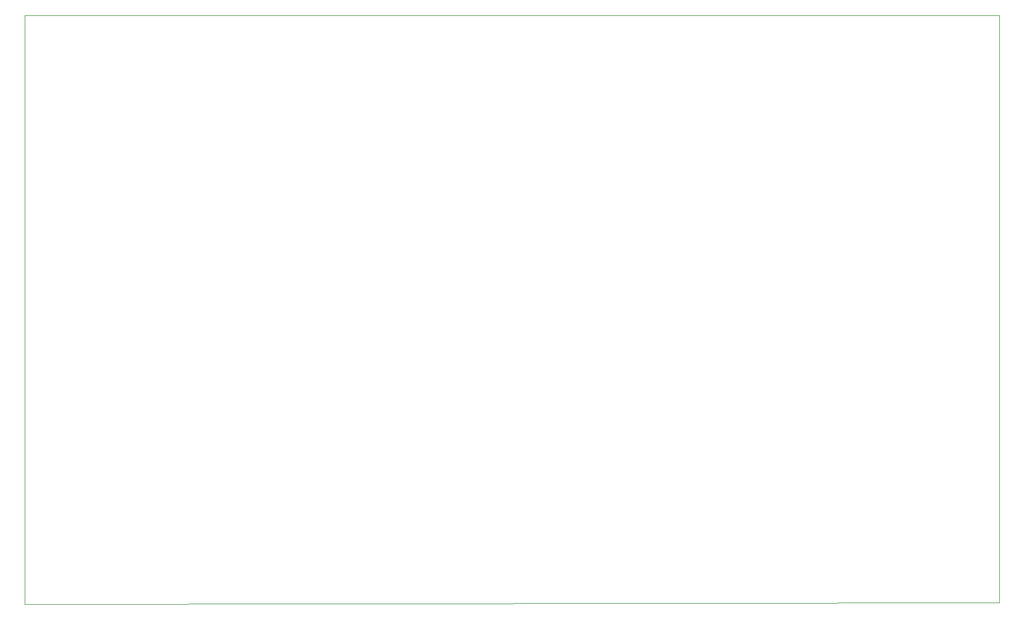
<source format=gbr>
%TF.GenerationSoftware,KiCad,Pcbnew,(5.1.9-0-10_14)*%
%TF.CreationDate,2022-05-22T11:28:49+01:00*%
%TF.ProjectId,BBCMicro128KRomRam,4242434d-6963-4726-9f31-32384b526f6d,rev?*%
%TF.SameCoordinates,Original*%
%TF.FileFunction,Profile,NP*%
%FSLAX46Y46*%
G04 Gerber Fmt 4.6, Leading zero omitted, Abs format (unit mm)*
G04 Created by KiCad (PCBNEW (5.1.9-0-10_14)) date 2022-05-22 11:28:49*
%MOMM*%
%LPD*%
G01*
G04 APERTURE LIST*
%TA.AperFunction,Profile*%
%ADD10C,0.100000*%
%TD*%
G04 APERTURE END LIST*
D10*
X228600000Y-40132000D02*
X228600000Y-130810000D01*
X78232000Y-40132000D02*
X228600000Y-40132000D01*
X78232000Y-131064000D02*
X78232000Y-40132000D01*
X228600000Y-130810000D02*
X78232000Y-131064000D01*
M02*

</source>
